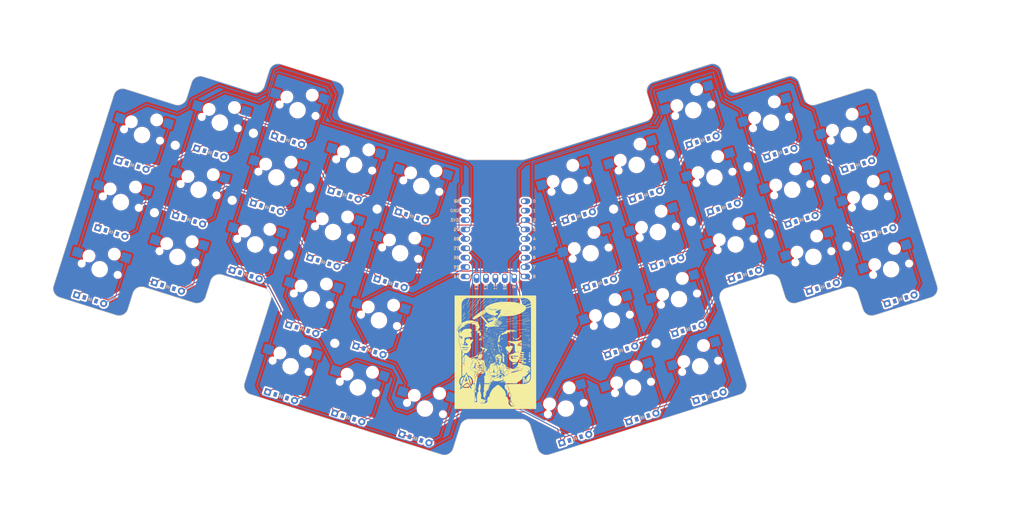
<source format=kicad_pcb>
(kicad_pcb (version 20241229) (generator "pcbnew") (generator_version "9.0")
  (title_block (title "wired_pcb_ergo_wip") (rev "v1.0.0") (company "Unknown"))
  (layers (0 "F.Cu" signal) (2 "B.Cu" signal) (13 "F.Paste" user) (15 "B.Paste" user) (5 "F.SilkS" user "F.Silkscreen") (7 "B.SilkS" user "B.Silkscreen") (1 "F.Mask" user) (3 "B.Mask" user) (25 "Edge.Cuts" user))
  (net 0 "")
  (net 1 "P29")
  (net 2 "pinky_bottom")
  (net 3 "pinky_home")
  (net 4 "pinky_top")
  (net 5 "P28")
  (net 6 "ring_bottom")
  (net 7 "ring_home")
  (net 8 "ring_top")
  (net 9 "P27")
  (net 10 "middle_bottom")
  (net 11 "middle_home")
  (net 12 "middle_top")
  (net 13 "P26")
  (net 14 "index_bottom")
  (net 15 "index_home")
  (net 16 "index_top")
  (net 17 "P15")
  (net 18 "inner_bottom")
  (net 19 "inner_home")
  (net 20 "inner_top")
  (net 21 "inner_cluster")
  (net 22 "middle_cluster")
  (net 23 "outer_cluster")
  (net 24 "P3")
  (net 25 "mirror_pinky_bottom")
  (net 26 "mirror_pinky_home")
  (net 27 "mirror_pinky_top")
  (net 28 "P4")
  (net 29 "mirror_ring_bottom")
  (net 30 "mirror_ring_home")
  (net 31 "mirror_ring_top")
  (net 32 "P5")
  (net 33 "mirror_middle_bottom")
  (net 34 "mirror_middle_home")
  (net 35 "mirror_middle_top")
  (net 36 "P6")
  (net 37 "mirror_index_bottom")
  (net 38 "mirror_index_home")
  (net 39 "mirror_index_top")
  (net 40 "P7")
  (net 41 "mirror_inner_bottom")
  (net 42 "mirror_inner_home")
  (net 43 "mirror_inner_top")
  (net 44 "mirror_inner_cluster")
  (net 45 "mirror_middle_cluster")
  (net 46 "mirror_outer_cluster")
  (net 47 "P9")
  (net 48 "P8")
  (net 49 "P2")
  (net 50 "P11")
  (net 51 "P0")
  (net 52 "P1")
  (net 53 "P10")
  (net 54 "P12")
  (net 55 "P13")
  (net 56 "P14")
  (net 57 "3V3")
  (net 58 "GND")
  (net 59 "5V")
  (footprint "ComboDiode" (layer "F.Cu") (at 62.353141 99.502479 -17.5)
    (property "Reference" "D2" (hide yes))
    (property "Value" "" (hide yes))
  )
  (footprint "ComboDiode" (layer "F.Cu") (at 275.244544 117.6231 17.5)
    (property "Reference" "D19" (hide yes))
    (property "Value" "" (hide yes))
  )
  (footprint "ComboDiode" (layer "F.Cu") (at 194.191938 113.295806 17.5)
    (property "Reference" "D32" (hide yes))
    (property "Value" "" (hide yes))
  )
  (footprint "ComboDiode" (layer "F.Cu") (at 212.312559 107.582399 17.5)
    (property "Reference" "D29" (hide yes))
    (property "Value" "" (hide yes))
  )
  (footprint "MX" (layer "F.Cu") (at 221.183382 135.717046 17.5)
    (property "Reference" "S34" (hide yes))
    (property "Value" "" (hide yes))
  )
  (footprint "MX" (layer "F.Cu") (at 240.284396 69.928362 17.5)
    (property "Reference" "S24" (hide yes))
    (property "Value" "" (hide yes))
  )
  (footprint "ComboDiode" (layer "F.Cu") (at 98.594387 110.929301 -17.5)
    (property "Reference" "D7" (hide yes))
    (property "Value" "" (hide yes))
  )
  (footprint "MX" (layer "F.Cu") (at 203.062759 141.430458 17.5)
    (property "Reference" "S35" (hide yes))
    (property "Value" "" (hide yes))
  )
  (footprint "ComboDiode" (layer "F.Cu") (at 143.405744 95.175185 -17.5)
    (property "Reference" "D15" (hide yes))
    (property "Value" "" (hide yes))
  )
  (footprint "ComboDiode" (layer "F.Cu") (at 263.817724 81.381857 17.5)
    (property "Reference" "D21" (hide yes))
    (property "Value" "" (hide yes))
  )
  (footprint "MX" (layer "F.Cu") (at 145.961745 87.068589 -17.5)
    (property "Reference" "S15" (hide yes))
    (property "Value" "" (hide yes))
  )
  (footprint "RP2040_Zero" (layer "F.Cu") (at 165.942139 101.318591)
    (property "Reference" "MCU1" (hide yes))
    (property "Value" "RP2040_Zero" (hide yes))
  )
  (footprint "ComboDiode" (layer "F.Cu") (at 83.330468 96.155575 -17.5)
    (property "Reference" "D5" (hide yes))
    (property "Value" "" (hide yes))
  )
  (footprint "ComboDiode" (layer "F.Cu") (at 89.043881 78.034956 -17.5)
    (property "Reference" "D6" (hide yes))
    (property "Value" "" (hide yes))
  )
  (footprint "MX" (layer "F.Cu") (at 185.922531 87.068592 17.5)
    (property "Reference" "S33" (hide yes))
    (property "Value" "" (hide yes))
  )
  (footprint "MX" (layer "F.Cu") (at 197.349346 123.309838 17.5)
    (property "Reference" "S31" (hide yes))
    (property "Value" "" (hide yes))
  )
  (footprint "MX" (layer "F.Cu") (at 184.942137 147.143867 17.5)
    (property "Reference" "S36" (hide yes))
    (property "Value" "" (hide yes))
  )
  (footprint "ComboDiode" (layer "F.Cu") (at 218.025971 125.703021 17.5)
    (property "Reference" "D28" (hide yes))
    (property "Value" "" (hide yes))
  )
  (footprint "MX" (layer "F.Cu") (at 251.711217 106.169605 17.5)
    (property "Reference" "S22" (hide yes))
    (property "Value" "" (hide yes))
  )
  (footprint "MX" (layer "F.Cu") (at 64.909142 91.395887 -17.5)
    (property "Reference" "S2" (hide yes))
    (property "Value" "" (hide yes))
  )
  (footprint "ComboDiode" (layer "F.Cu") (at 206.599149 89.461774 17.5)
    (property "Reference" "D30" (hide yes))
    (property "Value" "" (hide yes))
  )
  (footprint "MX" (layer "F.Cu") (at 140.248336 105.18921 -17.5)
    (property "Reference" "S14" (hide yes))
    (property "Value" "" (hide yes))
  )
  (footprint "MX" (layer "F.Cu") (at 59.195732 109.516508 -17.5)
    (property "Reference" "S1" (hide yes))
    (property "Value" "" (hide yes))
  )
  (footprint "ComboDiode" (layer "F.Cu") (at 104.307797 92.808676 -17.5)
    (property "Reference" "D8" (hide yes))
    (property "Value" "" (hide yes))
  )
  (footprint "MX" (layer "F.Cu") (at 215.469967 117.596427 17.5)
    (property "Reference" "S28" (hide yes))
    (property "Value" "" (hide yes))
  )
  (footprint "ComboDiode" (layer "F.Cu") (at 119.571713 107.582398 -17.5)
    (property "Reference" "D11" (hide yes))
    (property "Value" "" (hide yes))
  )
  (footprint "ComboDiode" (layer "F.Cu") (at 248.553805 96.155578 17.5)
    (property "Reference" "D23" (hide yes))
    (property "Value" "" (hide yes))
  )
  (footprint "ComboDiode" (layer "F.Cu") (at 113.858302 125.703019 -17.5)
    (property "Reference" "D10" (hide yes))
    (property "Value" "" (hide yes))
  )
  (footprint "ComboDiode" (layer "F.Cu") (at 125.285121 89.461775 -17.5)
    (property "Reference" "D12" (hide yes))
    (property "Value" "" (hide yes))
  )
  (footprint "ComboDiode" (layer "F.Cu") (at 233.289887 110.929299 17.5)
    (property "Reference" "D25" (hide yes))
    (property "Value" "" (hide yes))
  )
  (footprint "ComboDiode" (layer "F.Cu") (at 77.617061 114.276197 -17.5)
    (property "Reference" "D4" (hide yes))
    (property "Value" "" (hide yes))
  )
  (footprint "MX" (layer "F.Cu") (at 116.414302 117.59643 -17.5)
    (property "Reference" "S10" (hide yes))
    (property "Value" "" (hide yes))
  )
  (footprint "MX" (layer "F.Cu") (at 204.043151 81.355179 17.5)
    (property "Reference" "S30" (hide yes))
    (property "Value" "" (hide yes))
  )
  (footprint "ComboDiode" (layer "F.Cu") (at 108.144894 143.823641 -17.5)
    (property "Reference" "D16" (hide yes))
    (property "Value" "" (hide yes))
  )
  (footprint "ComboDiode" (layer "F.Cu") (at 137.692334 113.295811 -17.5)
    (property "Reference" "D14" (hide yes))
    (property "Value" "" (hide yes))
  )
  (footprint "MX" (layer "F.Cu") (at 110.700893 135.717049 -17.5)
    (property "Reference" "S16" (hide yes))
    (property "Value" "" (hide yes))
  )
  (footprint "MX" (layer "F.Cu") (at 91.599877 69.928361 -17.5)
    (property "Reference" "S6" (hide yes))
    (property "Value" "" (hide yes))
  )
  (footprint "ComboDiode" (layer "F.Cu") (at 131.978926 131.41643 -17.5)
    (property "Reference" "D13" (hide yes))
    (property "Value" "" (hide yes))
  )
  (footprint "MX" (layer "F.Cu") (at 191.635941 105.189212 17.5)
    (property "Reference" "S32" (hide yes))
    (property "Value" "" (hide yes))
  )
  (footprint "MX" (layer "F.Cu") (at 245.997804 88.048982 17.5)
    (property "Reference" "S23" (hide yes))
    (property "Value" "" (hide yes))
  )
  (footprint "MX" (layer "F.Cu") (at 127.841123 81.355183 -17.5)
    (property "Reference" "S12" (hide yes))
    (property "Value" "" (hide yes))
  )
  (footprint "ComboDiode" (layer "F.Cu") (at 242.840397 78.034953 17.5)
    (property "Reference" "D24" (hide yes))
    (property "Value" "" (hide yes))
  )
  (footprint "MX" (layer "F.Cu") (at 106.863799 84.702084 -17.5)
    (property "Reference" "S8" (hide yes))
    (property "Value" "" (hide yes))
  )
  (footprint "MX" (layer "F.Cu") (at 122.127716 99.475805 -17.5)
    (property "Reference" "S11" (hide yes))
    (property "Value" "" (hide yes))
  )
  (footprint "MX" (layer "F.Cu") (at 85.886469 88.048986 -17.5)
    (property "Reference" "S5" (hide yes))
    (property "Value" "" (hide yes))
  )
  (footprint "ComboDiode" (layer "F.Cu") (at 221.863067 74.688052 17.5)
    (property "Reference" "D27" (hide yes))
    (property "Value" "" (hide yes))
  )
  (footprint "ComboDiode" (layer "F.Cu") (at 110.021208 74.688056 -17.5)
    (property "Reference" "D9" (hide yes))
    (property "Value" "" (hide yes))
  )
  (footprint "MX" (layer "F.Cu") (at 261.261719 73.27526 17.5)
    (property "Reference" "S21" (hide yes))
    (property "Value" "" (hide yes))
  )
  (footprint "MX" (layer "F.Cu") (at 219.307069 66.581463 17.5)
    (property "Reference" "S27" (hide yes))
    (property "Value" "" (hide yes))
  )
  (footprint "MX" (layer "F.Cu") (at 272.688543 109.516504 17.5)
    (property "Reference" "S19" (hide yes))
    (property "Value" "" (hide yes))
  )
  (footprint "MX" (layer "F.Cu") (at 266.975134 91.395885 17.5)
    (property "Reference" "S20" (hide yes))
    (property "Value" "" (hide yes))
  )
  (footprint "MX" (layer "F.Cu") (at 112.577207 66.581459 -17.5)
    (property "Reference" "S9" (hide yes))
    (property "Value" "" (hide yes))
  )
  (footprint "ComboDiode" (layer "F.Cu") (at 68.066553 81.381855 -17.5)
    (property "Reference" "D3" (hide yes))
    (property "Value" "" (hide yes))
  )
  (footprint "MX" (layer "F.Cu") (at 70.622553 73.275262 -17.5)
    (property "Reference" "S3" (hide yes))
    (property "Value" "" (hide yes))
  )
  (footprint "MX" (layer "F.Cu") (at 209.75656 99.475803 17.5)
    (property "Reference" "S29" (hide yes))
    (property "Value" "" (hide yes))
  )
  (footprint "MX" (layer "F.Cu") (at 134.534923 123.309833 -17.5)
    (property "Reference" "S13" (hide yes))
    (property "Value" "" (hide yes))
  )
  (footprint "ComboDiode" (layer "F.Cu") (at 188.478527 95.175186 17.5)
    (property "Reference" "D33" (hide yes))
    (property "Value" "" (hide yes))
  )
  (footprint "ComboDiode" (layer "F.Cu") (at 254.267211 114.276203 17.5)
    (property "Reference" "D22" (hide yes))
    (property "Value" "" (hide yes))
  )
  (footprint "ComboDiode" (layer "F.Cu") (at 205.618756 149.537052 17.5)
    (property "Reference" "D35" (hide yes))
    (property "Value" "" (hide yes))
  )
  (footprint "ComboDiode" (layer "F.Cu") (at 126.265517 149.537053 -17.5)
    (property "Reference" "D17" (hide yes))
    (property "Value" "" (hide yes))
  )
  (footprint "MX" (layer "F.Cu") (at 101.150385 102.822704 -17.5)
    (property "Reference" "S7" (hide yes))
    (property "Value" "" (hide yes))
  )
  (footprint "ComboDiode" (layer "F.Cu") (at 199.905345 131.416431 17.5)
    (property "Reference" "D31" (hide yes))
    (property "Value" "" (hide yes))
  )
  (footprint "ComboDiode" (layer "F.Cu") (at 144.386134 155.250462 -17.5)
    (property "Reference" "D18" (hide yes))
    (property "Value" "" (hide yes))
  )
  (footprint "MX" (layer "F.Cu") (at 80.173059 106.169606 -17.5)
    (property "Reference" "S4" (hide yes))
    (property "Value" "" (hide yes))
  )
  (footprint "MX" (layer "F.Cu") (at 128.821514 141.430461 -17.5)
    (property "Reference" "S17" (hide yes))
    (property "Value" "" (hide yes))
  )
  (footprint "MX" (layer "F.Cu") (at 225.020481 84.702082 17.5)
    (property "Reference" "S26" (hide yes))
    (property "Value" "" (hide yes))
  )
  (footprint "MX" (layer "F.Cu") (at 146.942133 147.143868 -17.5)
    (property "Reference" "S18" (hide yes))
    (property "Value" "" (hide yes))
  )
  (footprint "ComboDiode" (layer "F.Cu") (at 269.531135 99.502476 17.5)
    (property "Reference" "D20" (hide yes))
    (property "Value" "" (hide yes))
  )
  (footprint "ComboDiode" (layer "F.Cu") (at 227.576477 92.808679 17.5)
    (property "Reference" "D26" (hide yes))
    (property "Value" "" (hide yes))
  )
  (footprint "ComboDiode" (layer "F.Cu") (at 187.498137 155.250464 17.5)
    (property "Reference" "D36" (hide yes))
    (property "Value" "" (hide yes))
  )
  (footprint "ComboDiode" (layer "F.Cu") (at 56.639734 117.6231 -17.5)
    (property "Reference" "D1" (hide yes))
    (property "Value" "" (hide yes))
  )
  (footprint "MX" (layer "F.Cu") (at 230.733887 102.822703 17.5)
    (property "Reference" "S25" (hide yes))
    (property "Value" "" (hide yes))
  )
  (footprint "ComboDiode" (layer "F.Cu") (at 223.739381 143.823641 17.5)
    (property "Reference" "D34" (hide yes))
    (property "Value" "" (hide yes))
  )
  (footprint "custom graphics library:start trek test 2" (layer "F.Cu") (at 165.942327 131.926401)
    (property "Reference" "G***" (hide yes))
    (property "Value" "LOGO" (hide yes))
  )
  (gr_arc (start 82.638323 63.432941) (mid 81.408397 64.898689) (end 79.502266 65.065473) (stroke (width 0.15)) (layer "Edge.Cuts"))
  (gr_line (start 268.870102 62.488115) (end 285.108216 113.98883) (stroke (width 0.15)) (layer "Edge.Cuts"))
  (gr_circle (center 213.103463 78.498475) (end 211.912838 78.498475) (stroke (width 0.05)) (fill no) (layer "Edge.Cuts"))
  (gr_line (start 100.479593 61.718568) (end 87.127552 57.508685) (stroke (width 0.15)) (layer "Edge.Cuts"))
  (gr_line (start 228.268627 60.086043) (end 226.915449 55.794313) (stroke (width 0.15)) (layer "Edge.Cuts"))
  (gr_arc (start 66.804112 120.30365) (mid 65.574198 121.769439) (end 63.668055 121.936181) (stroke (width 0.15)) (layer "Edge.Cuts"))
  (gr_arc (start 244.756719 57.508685) (mid 246.662869 57.675432) (end 247.892776 59.141216) (stroke (width 0.15)) (layer "Edge.Cuts"))
  (gr_line (start 154.550517 157.931011) (end 156.499763 151.748809) (stroke (width 0.15)) (layer "Edge.Cuts"))
  (gr_arc (start 208.240572 66.400862) (mid 208.073807 68.306994) (end 206.608041 69.536921) (stroke (width 0.15)) (layer "Edge.Cuts"))
  (gr_line (start 249.245954 63.43294) (end 247.892776 59.141216) (stroke (width 0.15)) (layer "Edge.Cuts"))
  (gr_circle (center 234.080792 81.845377) (end 235.216311 81.48735) (stroke (width 0.05)) (fill no) (layer "Edge.Cuts"))
  (gr_arc (start 233.603058 140.189373) (mid 233.436287 142.095512) (end 231.970529 143.32543) (stroke (width 0.15)) (layer "Edge.Cuts"))
  (gr_circle (center 94.946783 90.905689) (end 96.082302 91.263717) (stroke (width 0.05)) (fill no) (layer "Edge.Cuts"))
  (gr_arc (start 260.590925 114.379399) (mid 262.497084 114.54615) (end 263.726987 116.011928) (stroke (width 0.15)) (layer "Edge.Cuts"))
  (gr_circle (center 79.584014 76.043701) (end 80.719535 76.401729) (stroke (width 0.05)) (fill no) (layer "Edge.Cuts"))
  (gr_circle (center 100.660188 72.785066) (end 100.302161 73.920585) (stroke (width 0.05)) (fill no) (layer "Edge.Cuts"))
  (gr_circle (center 73.969454 94.252592) (end 73.611425 95.388111) (stroke (width 0.05)) (fill no) (layer "Edge.Cuts"))
  (gr_circle (center 197.839541 93.272199) (end 198.975063 92.914171) (stroke (width 0.05)) (fill no) (layer "Edge.Cuts"))
  (gr_line (start 223.779389 54.161785) (end 208.519923 58.973078) (stroke (width 0.15)) (layer "Edge.Cuts"))
  (gr_line (start 173.908133 79.847163) (end 206.608041 69.536921) (stroke (width 0.15)) (layer "Edge.Cuts"))
  (gr_circle (center 218.816871 96.619099) (end 220.007495 96.6191) (stroke (width 0.05)) (fill no) (layer "Edge.Cuts"))
  (gr_arc (start 48.408587 117.124885) (mid 46.942824 115.894972) (end 46.776059 113.988833) (stroke (width 0.15)) (layer "Edge.Cuts"))
  (gr_circle (center 239.794198 99.965999) (end 239.794198 101.156625) (stroke (width 0.05)) (fill no) (layer "Edge.Cuts"))
  (gr_circle (center 115.924107 87.558799) (end 117.114732 87.558799) (stroke (width 0.05)) (fill no) (layer "Edge.Cuts"))
  (gr_arc (start 104.968821 55.794315) (mid 106.198736 54.328523) (end 108.104881 54.161784) (stroke (width 0.15)) (layer "Edge.Cuts"))
  (gr_arc (start 63.014174 62.488115) (mid 64.244082 61.022351) (end 66.150224 60.855587) (stroke (width 0.15)) (layer "Edge.Cuts"))
  (gr_arc (start 99.913747 143.325429) (mid 98.447984 142.095507) (end 98.281218 140.189373) (stroke (width 0.15)) (layer "Edge.Cuts"))
  (gr_arc (start 226.536464 117.777022) (mid 226.703217 115.870874) (end 228.168999 114.640966) (stroke (width 0.15)) (layer "Edge.Cuts"))
  (gr_arc (start 154.550518 157.931015) (mid 153.320594 159.396773) (end 151.414462 159.563543) (stroke (width 0.15)) (layer "Edge.Cuts"))
  (gr_line (start 66.804115 120.303649) (end 68.157287 116.011926) (stroke (width 0.15)) (layer "Edge.Cuts"))
  (gr_arc (start 180.469813 159.563539) (mid 178.563657 159.396789) (end 177.333756 157.931011) (stroke (width 0.15)) (layer "Edge.Cuts"))
  (gr_line (start 99.913747 143.325429) (end 151.414462 159.563543) (stroke (width 0.15)) (layer "Edge.Cuts"))
  (gr_circle (center 255.058117 85.19229) (end 256.193638 85.550319) (stroke (width 0.05)) (fill no) (layer "Edge.Cuts"))
  (gr_line (start 175.384512 151.74881) (end 177.333756 157.931011) (stroke (width 0.15)) (layer "Edge.Cuts"))
  (gr_line (start 79.502266 65.065473) (end 66.150229 60.855586) (stroke (width 0.15)) (layer "Edge.Cuts"))
  (gr_arc (start 285.108218 113.988831) (mid 284.941471 115.894988) (end 283.47569 117.124888) (stroke (width 0.15)) (layer "Edge.Cuts"))
  (gr_line (start 242.749655 112.665026) (end 244.102833 116.956749) (stroke (width 0.15)) (layer "Edge.Cuts"))
  (gr_line (start 83.9915 59.141213) (end 82.638323 63.432941) (stroke (width 0.15)) (layer "Edge.Cuts"))
  (gr_line (start 206.887395 62.109134) (end 208.240571 66.400861) (stroke (width 0.15)) (layer "Edge.Cuts"))
  (gr_line (start 46.776059 113.988833) (end 63.014174 62.488115) (stroke (width 0.15)) (layer "Edge.Cuts"))
  (gr_arc (start 265.734047 60.855589) (mid 267.640176 61.022349) (end 268.870102 62.488115) (stroke (width 0.15)) (layer "Edge.Cuts"))
  (gr_arc (start 123.364354 58.973078) (mid 124.830109 60.202995) (end 124.996881 62.109136) (stroke (width 0.15)) (layer "Edge.Cuts"))
  (gr_line (start 98.281218 140.189373) (end 105.347808 117.777022) (stroke (width 0.15)) (layer "Edge.Cuts"))
  (gr_line (start 158.88405 150.000573) (end 173.000222 150.000572) (stroke (width 0.15)) (layer "Edge.Cuts"))
  (gr_arc (start 103.615653 60.086042) (mid 102.385725 61.551803) (end 100.479593 61.718568) (stroke (width 0.15)) (layer "Edge.Cuts"))
  (gr_line (start 228.168999 114.640966) (end 239.613602 111.032498) (stroke (width 0.15)) (layer "Edge.Cuts"))
  (gr_arc (start 173.90813 79.84716) (mid 173.536674 79.933777) (end 173.156367 79.962871) (stroke (width 0.15)) (layer "Edge.Cuts"))
  (gr_line (start 71.293348 114.379399) (end 84.645384 118.589282) (stroke (width 0.15)) (layer "Edge.Cuts"))
  (gr_arc (start 252.382012 65.065468) (mid 250.475852 64.89872) (end 249.245954 63.43294) (stroke (width 0.15)) (layer "Edge.Cuts"))
  (gr_line (start 265.734046 60.855588) (end 252.382011 65.065467) (stroke (width 0.15)) (layer "Edge.Cuts"))
  (gr_arc (start 87.781443 116.956749) (mid 86.551529 118.422558) (end 84.645384 118.589282) (stroke (width 0.15)) (layer "Edge.Cuts"))
  (gr_line (start 226.536473 117.777025) (end 233.603057 140.18937) (stroke (width 0.15)) (layer "Edge.Cuts"))
  (gr_arc (start 231.40468 61.718568) (mid 229.498539 61.551804) (end 228.268627 60.086043) (stroke (width 0.15)) (layer "Edge.Cuts"))
  (gr_line (start 123.643706 66.400861) (end 124.996881 62.109136) (stroke (width 0.15)) (layer "Edge.Cuts"))
  (gr_line (start 125.276233 69.536916) (end 157.976142 79.84716) (stroke (width 0.15)) (layer "Edge.Cuts"))
  (gr_arc (start 68.157287 116.011926) (mid 69.387214 114.546164) (end 71.293348 114.379399) (stroke (width 0.15)) (layer "Edge.Cuts"))
  (gr_line (start 48.408585 117.124888) (end 63.668055 121.936181) (stroke (width 0.15)) (layer "Edge.Cuts"))
  (gr_arc (start 156.499763 151.748809) (mid 157.405773 150.484457) (end 158.88405 150.000573) (stroke (width 0.15)) (layer "Edge.Cuts"))
  (gr_arc (start 247.238889 118.589278) (mid 245.332754 118.422519) (end 244.102833 116.956749) (stroke (width 0.15)) (layer "Edge.Cuts"))
  (gr_circle (center 110.210695 105.679413) (end 109.852667 106.814933) (stroke (width 0.05)) (fill no) (layer "Edge.Cuts"))
  (gr_circle (center 122.617905 129.51344) (end 123.753427 129.871466) (stroke (width 0.05)) (fill no) (layer "Edge.Cuts"))
  (gr_arc (start 268.216213 121.936179) (mid 266.310069 121.769432) (end 265.080159 120.303654) (stroke (width 0.15)) (layer "Edge.Cuts"))
  (gr_arc (start 239.613602 111.032497) (mid 241.519716 111.19929) (end 242.749655 112.665026) (stroke (width 0.15)) (layer "Edge.Cuts"))
  (gr_arc (start 223.77939 54.161784) (mid 225.685495 54.328574) (end 226.915449 55.794313) (stroke (width 0.15)) (layer "Edge.Cuts"))
  (gr_circle (center 260.771527 103.312897) (end 261.907045 102.954871) (stroke (width 0.05)) (fill no) (layer "Edge.Cuts"))
  (gr_line (start 180.469813 159.563539) (end 231.970529 143.32543) (stroke (width 0.15)) (layer "Edge.Cuts"))
  (gr_arc (start 173.000221 150.000576) (mid 174.478484 150.484469) (end 175.384512 151.74881) (stroke (width 0.15)) (layer "Edge.Cuts"))
  (gr_arc (start 125.276233 69.536916) (mid 123.810485 68.306994) (end 123.643706 66.400861) (stroke (width 0.15)) (layer "Edge.Cuts"))
  (gr_arc (start 83.991499 59.141214) (mid 85.221411 57.675411) (end 87.127552 57.508685) (stroke (width 0.15)) (layer "Edge.Cuts"))
  (gr_line (start 244.756721 57.508688) (end 231.40468 61.718568) (stroke (width 0.15)) (layer "Edge.Cuts"))
  (gr_arc (start 89.134615 112.665026) (mid 90.364541 111.19928) (end 92.27067 111.032498) (stroke (width 0.15)) (layer "Edge.Cuts"))
  (gr_arc (start 158.727909 79.962872) (mid 158.347598 79.933772) (end 157.976142 79.84716) (stroke (width 0.15)) (layer "Edge.Cuts"))
  (gr_arc (start 206.887395 62.109134) (mid 207.054138 60.202972) (end 208.519923 58.973078) (stroke (width 0.15)) (layer "Edge.Cuts"))
  (gr_line (start 123.364354 58.973078) (end 108.104881 54.161784) (stroke (width 0.15)) (layer "Edge.Cuts"))
  (gr_line (start 268.21622 121.936182) (end 283.47569 117.124888) (stroke (width 0.15)) (layer "Edge.Cuts"))
  (gr_line (start 158.727909 79.962872) (end 173.156367 79.962871) (stroke (width 0.15)) (layer "Edge.Cuts"))
  (gr_circle (center 209.266366 129.513445) (end 210.401884 129.155416) (stroke (width 0.05)) (fill no) (layer "Edge.Cuts"))
  (gr_line (start 87.78144 116.956753) (end 89.134615 112.665026) (stroke (width 0.15)) (layer "Edge.Cuts"))
  (gr_line (start 263.726987 116.011928) (end 265.080159 120.303654) (stroke (width 0.15)) (layer "Edge.Cuts"))
  (gr_line (start 104.968827 55.794314) (end 103.615653 60.086042) (stroke (width 0.15)) (layer "Edge.Cuts"))
  (gr_line (start 92.27067 111.032498) (end 103.715275 114.640966) (stroke (width 0.15)) (layer "Edge.Cuts"))
  (gr_line (start 247.238889 118.589279) (end 260.590931 114.379398) (stroke (width 0.15)) (layer "Edge.Cuts"))
  (gr_arc (start 103.715276 114.640965) (mid 105.181028 115.870885) (end 105.347808 117.777022) (stroke (width 0.15)) (layer "Edge.Cuts"))
  (gr_circle (center 134.044729 93.272199) (end 133.6867 94.407718) (stroke (width 0.05)) (fill no) (layer "Edge.Cuts"))
  (segment (start 80.167228 67.57161) (end 83.154324 66.016627) (width 0.25) (layer "B.Cu") (net 1))
  (segment (start 159.398139 97.702589) (end 158.322138 98.778589) (width 0.25) (layer "B.Cu") (net 1))
  (segment (start 158.333748 80.981776) (end 159.398138 82.046165) (width 0.25) (layer "B.Cu") (net 1))
  (segment (start 107.828567 55.070313) (end 121.454798 59.366646) (width 0.25) (layer "B.Cu") (net 1))
  (segment (start 83.870379 63.745588) (end 91.338113 59.858132) (width 0.25) (layer "B.Cu") (net 1))
  (segment (start 64.62926 68.722323) (end 53.202441 104.963563) (width 0.25) (layer "B.Cu") (net 1))
  (segment (start 106.335018 55.847805) (end 107.828567 55.070313) (width 0.25) (layer "B.Cu") (net 1))
  (segment (start 121.997133 69.524885) (end 158.333748 80.981776) (width 0.25) (layer "B.Cu") (net 1))
  (segment (start 91.338113 59.858132) (end 101.557786 63.080381) (width 0.25) (layer "B.Cu") (net 1))
  (segment (start 121.454798 59.366646) (end 123.00978 62.35374) (width 0.25) (layer "B.Cu") (net 1))
  (segment (start 159.398138 82.046165) (end 159.398139 97.702589) (width 0.25) (layer "B.Cu") (net 1))
  (segment (start 104.544881 61.525402) (end 106.335018 55.847805) (width 0.25) (layer "B.Cu") (net 1))
  (segment (start 121.219641 68.031338) (end 121.997133 69.524885) (width 0.25) (layer "B.Cu") (net 1))
  (segment (start 101.557786 63.080381) (end 104.544881 61.525402) (width 0.25) (layer "B.Cu") (net 1))
  (segment (start 64.629261 68.722321) (end 71.86704 64.954572) (width 0.25) (layer "B.Cu") (net 1))
  (segment (start 71.86704 64.954572) (end 80.167228 67.57161) (width 0.25) (layer "B.Cu") (net 1))
  (segment (start 83.154324 66.016627) (end 83.870379 63.745588) (width 0.25) (layer "B.Cu") (net 1))
  (segment (start 123.00978 62.35374) (end 121.219641 68.031338) (width 0.25) (layer "B.Cu") (net 1))
  (segment (start 63.405565 117.138288) (end 60.273395 118.768787) (width 0.25) (layer "B.Cu") (net 2))
  (segment (start 66.598517 107.011531) (end 63.405565 117.138288) (width 0.25) (layer "B.Cu") (net 2))
  (segment (start 66.294931 106.428348) (end 66.598517 107.011531) (width 0.25) (layer "B.Cu") (net 2))
  (segment (start 72.00834 88.307725) (end 72.311925 88.890905) (width 0.25) (layer "B.Cu") (net 3))
  (segment (start 72.311925 88.890905) (end 69.118967 99.017662) (width 0.25) (layer "B.Cu") (net 3))
  (segment (start 69.118967 99.017662) (end 65.986806 100.648166) (width 0.25) (layer "B.Cu") (net 3))
  (segment (start 77.721754 70.187104) (end 78.025338 70.770286) (width 0.25) (layer "B.Cu") (net 4))
  (segment (start 78.025338 70.770286) (end 74.832385 80.897042) (width 0.25) (layer "B.Cu") (net 4))
  (segment (start 74.832385 80.897042) (end 71.700215 82.527544) (width 0.25) (layer "B.Cu") (net 4))
  (segment (start 156.138055 86.826553) (end 156.138056 99.134506) (width 0.25) (layer "B.Cu") (net 5))
  (segment (start 156.840202 86.124406) (end 156.138055 86.826553) (width 0.25) (layer "B.Cu") (net 5))
  (segment (start 104.449702 63.473234) (end 106.59787 56.660114) (width 0.25) (layer "B.Cu") (net 5))
  (segment (start 121.706472 62.527871) (end 119.368067 69.944349) (width 0.25) (layer "B.Cu") (net 5))
  (segment (start 156.138056 99.134506) (end 158.322139 101.318588) (width 0.25) (layer "B.Cu") (net 5))
  (segment (start 120.564615 60.33438) (end 121.706472 62.527871) (width 0.25) (layer "B.Cu") (net 5))
  (segment (start 107.470541 56.205833) (end 120.564615 60.33438) (width 0.25) (layer "B.Cu") (net 5))
  (segment (start 85.606585 65.375419) (end 92.875725 61.591345) (width 0.25) (layer "B.Cu") (net 5))
  (segment (start 85.606588 65.375419) (end 74.179766 101.616666) (width 0.25) (layer "B.Cu") (net 5))
  (segment (start 92.875725 61.591345) (end 102.335275 64.573931) (width 0.25) (layer "B.Cu") (net 5))
  (segment (start 106.59787 56.660114) (end 107.470541 56.205833) (width 0.25) (layer "B.Cu") (net 5))
  (segment (start 119.368067 69.944349) (end 156.840202 81.759266) (width 0.25) (layer "B.Cu") (net 5))
  (segment (start 102.335275 64.573931) (end 104.449702 63.473234) (width 0.25) (layer "B.Cu") (net 5))
  (segment (start 156.840202 81.759266) (end 156.840202 86.124406) (width 0.25) (layer "B.Cu") (net 5))
  (segment (start 84.382887 113.791387) (end 81.250722 115.42189) (width 0.25) (layer "B.Cu") (net 6))
  (segment (start 87.272258 103.081443) (end 87.575845 103.66463) (width 0.25) (layer "B.Cu") (net 6))
  (segment (start 87.575845 103.66463) (end 84.382887 113.791387) (width 0.25) (layer "B.Cu") (net 6))
  (segment (start 92.985672 84.960826) (end 93.289253 85.544005) (width 0.25) (layer "B.Cu") (net 7))
  (segment (start 90.096299 95.670763) (end 86.964127 97.301264) (width 0.25) (layer "B.Cu") (net 7))
  (segment (start 93.289253 85.544005) (end 90.096299 95.670763) (width 0.25) (layer "B.Cu") (net 7))
  (segment (start 99.002661 67.423381) (end 95.809708 77.550142) (width 0.25) (layer "B.Cu") (net 8))
  (segment (start 95.809708 77.550142) (end 92.677536 79.180645) (width 0.25) (layer "B.Cu") (net 8))
  (segment (start 98.699078 66.8402) (end 99.002661 67.423381) (width 0.25) (layer "B.Cu") (net 8))
  (segment (start 104.989038 114.286069) (end 99.37967 112.517438) (width 0.25) (layer "B.Cu") (net 9))
  (segment (start 93.952164 102.091306) (end 95.157094 98.269765) (width 0.25) (layer "B.Cu") (net 9))
  (segment (start 103.028574 143.551016) (end 148.14041 157.774722) (width 0.25) (layer "B.Cu") (net 9))
  (segment (start 104.707602 131.164107) (end 108.128002 120.315969) (width 0.25) (layer "B.Cu") (net 9))
  (segment (start 108.128002 120.315969) (end 104.989038 114.286069) (width 0.25) (layer "B.Cu") (net 9))
  (segment (start 99.37967 112.517438) (end 93.952164 102.091306) (width 0.25) (layer "B.Cu") (net 9))
  (segment (start 153.86767 154.793301) (end 158.232037 140.951289) (width 0.25) (layer "B.Cu") (net 9))
  (segment (start 104.707597 131.164108) (end 101.641902 140.887251) (width 0.25) (layer "B.Cu") (net 9))
  (segment (start 158.232037 140.951289) (end 161.938137 137.245193) (width 0.25) (layer "B.Cu") (net 9))
  (segment (start 161.938135 107.474591) (end 158.322137 103.858589) (width 0.25) (layer "B.Cu") (net 9))
  (segment (start 106.583918 62.028518) (end 95.157094 98.269765) (width 0.25) (layer "B.Cu") (net 9))
  (segment (start 148.14041 157.774722) (end 153.86767 154.793301) (width 0.25) (layer "B.Cu") (net 9))
  (segment (start 161.938137 137.245193) (end 161.938135 107.474591) (width 0.25) (layer "B.Cu") (net 9))
  (segment (start 101.641902 140.887251) (end 103.028574 143.551016) (width 0.25) (layer "B.Cu") (net 9))
  (segment (start 105.44835 110.398603) (end 102.228051 112.074989) (width 0.25) (layer "B.Cu") (net 10))
  (segment (start 108.249584 99.734545) (end 108.599051 100.405861) (width 0.25) (layer "B.Cu") (net 10))
  (segment (start 108.599051 100.405861) (end 105.44835 110.398603) (width 0.25) (layer "B.Cu") (net 10))
  (segment (start 111.073631 92.323863) (end 107.941457 93.954366) (width 0.25) (layer "B.Cu") (net 11))
  (segment (start 113.962996 81.613923) (end 114.266584 82.197106) (width 0.25) (layer "B.Cu") (net 11))
  (segment (start 114.266584 82.197106) (end 111.073631 92.323863) (width 0.25) (layer "B.Cu") (net 11))
  (segment (start 119.676403 63.493302) (end 119.979989 64.076483) (width 0.25) (layer "B.Cu") (net 12))
  (segment (start 119.979989 64.076483) (end 116.787037 74.20324) (width 0.25) (layer "B.Cu") (net 12))
  (segment (start 116.787037 74.20324) (end 113.654865 75.833743) (width 0.25) (layer "B.Cu") (net 12))
  (segment (start 114.742771 127.322436) (end 118.465128 128.496087) (width 0.25) (layer "B.Cu") (net 13))
  (segment (start 142.161048 148.368175) (end 144.446285 147.178557) (width 0.25) (layer "B.Cu") (net 13))
  (segment (start 122.828222 136.877519) (end 128.367754 133.99382) (width 0.25) (layer "B.Cu") (net 13))
  (segment (start 138.843725 139.092201) (end 137.199507 144.306998) (width 0.25) (layer "B.Cu") (net 13))
  (segment (start 153.656688 139.508687) (end 159.786136 133.379237) (width 0.25) (layer "B.Cu") (net 13))
  (segment (start 128.367754 133.99382) (end 137.725622 136.944345) (width 0.25) (layer "B.Cu") (net 13))
  (segment (start 118.465128 128.496087) (end 122.828219 136.877518) (width 0.25) (layer "B.Cu") (net 13))
  (segment (start 144.446285 147.178557) (end 144.977103 145.495013) (width 0.25) (layer "B.Cu") (net 13))
  (segment (start 148.7829 143.513842) (end 149.336652 141.757555) (width 0.25) (layer "B.Cu") (net 13))
  (segment (start 144.977103 145.495013) (end 148.7829 143.513842) (width 0.25) (layer "B.Cu") (net 13))
  (segment (start 110.421011 113.043486) (end 109.247354 116.765841) (width 0.25) (layer "B.Cu") (net 13))
  (segment (start 138.75449 147.294092) (end 142.161048 148.368175) (width 0.25) (layer "B.Cu") (net 13))
  (segment (start 121.847832 76.802239) (end 110.421011 113.043486) (width 0.25) (layer "B.Cu") (net 13))
  (segment (start 159.786138 107.86259) (end 158.322139 106.398589) (width 0.25) (layer "B.Cu") (net 13))
  (segment (start 137.725622 136.944345) (end 138.843725 139.092201) (width 0.25) (layer "B.Cu") (net 13))
  (segment (start 109.247354 116.765841) (end 114.742771 127.322436) (width 0.25) (layer "B.Cu") (net 13))
  (segment (start 137.199507 144.306998) (end 138.75449 147.294092) (width 0.25) (layer "B.Cu") (net 13))
  (segment (start 159.786136 133.379237) (end 159.786138 107.86259) (width 0.25) (layer "B.Cu") (net 13))
  (segment (start 149.336652 141.757555) (end 153.656688 139.508687) (width 0.25) (layer "B.Cu") (net 13))
  (segment (start 123.817086 115.091452) (end 120.624131 125.218202) (width 0.25) (layer "B.Cu") (net 14))
  (segment (start 123.513504 114.508266) (end 123.817086 115.091452) (width 0.25) (layer "B.Cu") (net 14))
  (segment (start 120.624131 125.218202) (end 117.491966 126.848708) (width 0.25) (layer "B.Cu") (net 14))
  (segment (start 129.226915 96.387646) (end 129.530499 96.970823) (width 0.25) (layer "B.Cu") (net 15))
  (segment (start 129.530499 96.970823) (end 126.337541 107.097584) (width 0.25) (layer "B.Cu") (net 15))
  (segment (start 126.337541 107.097584) (end 123.205377 108.728085) (width 0.25) (layer "B.Cu") (net 15))
  (segment (start 134.940322 78.267024) (end 135.243908 78.850203) (width 0.25) (layer "B.Cu") (net 16))
  (segment (start 132.050958 88.976962) (end 128.918788 90.607465) (width 0.25) (layer "B.Cu") (net 16))
  (segment (start 135.243908 78.850203) (end 132.050958 88.976962) (width 0.25) (layer "B.Cu") (net 16))
  (segment (start 128.541631 118.756894) (end 136.923053 114.393802) (width 0.25) (layer "B.Cu") (net 17))
  (segment (start 136.923053 114.393802) (end 143.723723 116.538043) (width 0.25) (layer "B.Cu") (net 17))
  (segment (start 143.723723 116.538043) (end 158.322136 108.938588) (width 0.25) (layer "B.Cu") (net 17))
  (segment (start 141.703769 140.19661) (end 138.980069 134.96443) (width 0.25) (layer "B.Cu") (net 17))
  (segment (start 127.336707 122.578439) (end 139.968455 82.515648) (width 0.25) (layer "B.Cu") (net 17))
  (segment (start 132.764203 133.004575) (end 127.336707 122.578439) (width 0.25) (layer "B.Cu") (net 17))
  (segment (start 138.980069 134.96443) (end 132.764203 133.004575) (width 0.25) (layer "B.Cu") (net 17))
  (segment (start 140.948843 142.590925) (end 141.703769 140.19661) (width 0.25) (layer "B.Cu") (net 17))
  (segment (start 141.93771 120.804858) (end 138.744756 130.931615) (width 0.25) (layer "B.Cu") (net 18))
  (segment (start 138.744756 130.931615) (end 135.612589 132.562117) (width 0.25) (layer "B.Cu") (net 18))
  (segment (start 141.634128 120.221678) (end 141.93771 120.804858) (width 0.25) (layer "B.Cu") (net 18))
  (segment (start 147.651124 102.684239) (end 144.458164 112.810994) (width 0.25) (layer "B.Cu") (net 19))
  (segment (start 144.458164 112.810994) (end 141.325998 114.441495) (width 0.25) (layer "B.Cu") (net 19))
  (segment (start 147.347535 102.101056) (end 147.651124 102.684239) (width 0.25) (layer "B.Cu") (net 19))
  (segment (start 153.060944 83.980435) (end 153.364532 84.563616) (width 0.25) (layer "B.Cu") (net 20))
  (segment (start 153.364532 84.563616) (end 150.171579 94.690373) (width 0.25) (layer "B.Cu") (net 20))
  (segment (start 150.171579 94.690373) (end 147.039412 96.320874) (width 0.25) (layer "B.Cu") (net 20))
  (segment (start 118.103679 133.21207) (end 114.910726 143.338829) (width 0.25) (layer "B.Cu") (net 21))
  (segment (start 114.910726 143.338829) (end 111.778554 144.969331) (width 0.25) (layer "B.Cu") (net 21))
  (segment (start 117.800095 132.628889) (end 118.103679 133.21207) (width 0.25) (layer "B.Cu") (net 21))
  (segment (start 136.224301 138.925479) (end 133.031348 149.052236) (width 0.25) (layer "B.Cu") (net 22))
  (segment (start 135.920715 138.342298) (end 136.224301 138.925479) (width 0.25) (layer "B.Cu") (net 22))
  (segment (start 133.031348 149.052236) (end 129.899173 150.682743) (width 0.25) (layer "B.Cu") (net 22))
  (segment (start 151.151965 154.765647) (end 148.019797 156.396151) (width 0.25) (layer "B.Cu") (net 23))
  (segment (start 154.041335 144.055708) (end 154.344923 144.638891) (width 0.25) (layer "B.Cu") (net 23))
  (segment (start 154.344923 144.638891) (end 151.151965 154.765647) (width 0.25) (layer "B.Cu") (net 23))
  (segment (start 246.874454 59.276303) (end 245.380905 58.498811) (width 0.25) (layer "B.Cu") (net 24))
  (segment (start 172.296934 97.513388) (end 173.562138 98.778588) (width 0.25) (layer "B.Cu") (net 24))
  (segment (start 225.841925 55.920596) (end 224.348374 55.143104) (width 0.25) (layer "B.Cu") (net 24))
  (segment (start 229.483638 63.511203) (end 227.990089 62.733709) (width 0.25) (layer "B.Cu") (net 24))
  (segment (start 265.167663 109.224565) (end 265.167668 109.224566) (width 0.25) (layer "B.Cu") (net 24))
  (segment (start 173.843194 81.054567) (end 172.296933 82.600827) (width 0.25) (layer "B.Cu") (net 24))
  (segment (start 253.740845 72.983323) (end 251.708843 66.538637) (width 0.25) (layer "B.Cu") (net 24))
  (segment (start 172.296933 82.600827) (end 172.296934 97.513388) (width 0.25) (layer "B.Cu") (net 24))
  (segment (start 253.740843 72.983322) (end 265.167663 109.224565) (width 0.25) (layer "B.Cu") (net 24))
  (segment (start 209.463752 67.326636) (end 207.908768 70.313732) (width 0.25) (layer "B.Cu") (net 24))
  (segment (start 245.380905 58.498811) (end 229.483638 63.511203) (width 0.25) (layer "B.Cu") (net 24))
  (segment (start 248.664592 64.953898) (end 246.874454 59.276303) (width 0.25) (layer "B.Cu") (net 24))
  (segment (start 207.908768 70.313732) (end 173.843194 81.054567) (width 0.25) (layer "B.Cu") (net 24))
  (segment (start 251.708843 66.538637) (end 248.664592 64.953898) (width 0.25) (layer "B.Cu") (net 24))
  (segment (start 208.451106 60.155493) (end 207.673613 61.64904) (width 0.25) (layer "B.Cu") (net 24))
  (segment (start 227.990089 62.733709) (end 225.841925 55.920596) (width 0.25) (layer "B.Cu") (net 24))
  (segment (start 207.673613 61.64904) (end 209.463752 67.326636) (width 0.25) (layer "B.Cu") (net 24))
  (segment (start 224.348374 55.143104) (end 208.451106 60.155493) (width 0.25) (layer "B.Cu") (net 24))
  (segment (start 276.732571 102.914899) (end 277.315753 103.218483) (width 0.25) (layer "B.Cu") (net 25))
  (segment (start 280.508707 113.34524) (end 278.878202 116.477409) (width 0.25) (layer "B.Cu") (net 25))
  (segment (start 277.315753 103.218483) (end 280.508707 113.34524) (width 0.25) (layer "B.Cu") (net 25))
  (segment (start 271.602345 85.097865) (end 274.795297 95.224618) (width 0.25) (layer "B.Cu") (net 26))
  (segment (start 271.01916 84.794278) (end 271.602345 85.097865) (width 0.25) (layer "B.Cu") (net 26))
  (segment (start 274.795297 95.224618) (end 273.164793 98.356788) (width 0.25) (layer "B.Cu") (net 26))
  (segment (start 265.888932 66.977241) (end 269.081885 77.104002) (width 0.25) (layer "B.Cu") (net 27))
  (segment (start 269.081885 77.104002) (end 267.451385 80.236168) (width 0.25) (layer "B.Cu") (net 27))
  (segment (start 265.305752 66.673658) (end 265.888932 66.977241) (width 0.25) (layer "B.Cu") (net 27))
  (segment (start 208.809134 61.291012) (end 208.636209 61.623199) (width 0.25) (layer "B.Cu") (net 28))
  (segment (start 175.868808 99.011918) (end 173.562133 101.31859) (width 0.25) (layer "B.Cu") (net 28))
  (segment (start 231.813118 66.622135) (end 227.212596 64.227257) (width 0.25) (layer "B.Cu") (net 28))
  (segment (start 209.402317 71.091222) (end 206.942688 71.091223) (width 0.25) (layer "B.Cu") (net 28))
  (segment (start 224.706403 56.278625) (end 208.809134 61.291012) (width 0.25) (layer "B.Cu") (net 28))
  (segment (start 232.763518 69.636418) (end 231.813118 66.622135) (width 0.25) (layer "B.Cu") (net 28))
  (segment (start 206.942688 71.091223) (end 176.030457 80.837809) (width 0.25) (layer "B.Cu") (net 28))
  (segment (start 232.76352 69.636422) (end 244.190337 105.877663) (width 0.25) (layer "B.Cu") (net 28))
  (segment (start 176.030457 80.837809) (end 175.868806 80.999461) (width 0.25) (layer "B.Cu") (net 28))
  (segment (start 210.784374 68.436315) (end 209.402317 71.091222) (width 0.25) (layer "B.Cu") (net 28))
  (segment (start 208.636209 61.623199) (end 210.784374 68.436315) (width 0.25) (layer "B.Cu") (net 28))
  (segment (start 175.868806 80.999461) (end 175.868808 99.011918) (width 0.25) (layer "B.Cu") (net 28))
  (segment (start 227.212596 64.227257) (end 224.706403 56.278625) (width 0.25) (layer "B.Cu") (net 28))
  (segment (start 256.338424 99.871584) (end 259.53138 109.998339) (width 0.25) (layer "B.Cu") (net 29))
  (segment (start 259.53138 109.998339) (end 257.900877 113.130511) (width 0.25) (layer "B.Cu") (net 29))
  (segment (start 255.755245 99.568) (end 256.338424 99.871584) (width 0.25) (layer "B.Cu") (net 29))
  (segment (start 250.041831 81.447376) (end 250.625016 81.750964) (width 0.25) (layer "B.Cu") (net 30))
  (segment (start 253.817965 91.877721) (end 252.18746 95.009889) (width 0.25) (layer "B.Cu") (net 30))
  (segment (start 250.625016 81.750964) (end 253.817965 91.877721) (width 0.25) (layer "B.Cu") (net 30))
  (segment (start 244.911604 63.630342) (end 248.104561 73.757096) (width 0.25) (layer "B.Cu") (net 31))
  (segment (start 244.328421 63.326757) (end 244.911604 63.630342) (width 0.25) (layer "B.Cu") (net 31))
  (segment (start 248.104561 73.757096) (end 246.474057 76.889266) (width 0.25) (layer "B.Cu") (net 31))
  (segment (start 169.999072 146.068238) (end 169.946134 146.015302) (width 0.25) (layer "B.Cu") (net 32))
  (segment (start 189.189001 156.05788) (end 169.999075 146.068237) (width 0.25) (layer "B.Cu") (net 32))
  (segment (start 225.120023 120.678812) (end 222.549149 125.617411) (width 0.25) (layer "B.Cu") (net 32))
  (segment (start 210.141933 149.451445) (end 189.189001 156.05788) (width 0.25) (layer "B.Cu") (net 32))
  (segment (start 223.900869 104.712378) (end 221.524908 109.276565) (width 0.25) (layer "B.Cu") (net 32))
  (segment (start 223.21301 102.530765) (end 223.900869 104.712378) (width 0.25) (layer "B.Cu") (net 32))
  (segment (start 169.946134 146.015302) (end 169.946136 107.474589) (width 0.25) (layer "B.Cu") (net 32))
  (segment (start 169.946136 107.474589) (end 173.562137 103.858591) (width 0.25) (layer "B.Cu") (net 32))
  (segment (start 215.08877 139.948657) (end 210.141933 149.451445) (width 0.25) (layer "B.Cu") (net 32))
  (segment (start 169.999075 146.068237) (end 169.999072 146.068238) (width 0.25) (layer "B.Cu") (net 32))
  (segment (start 213.662504 135.425109) (end 215.08877 139.948657) (width 0.25) (layer "B.Cu") (net 32))
  (segment (start 222.549149 125.617411) (end 218.025598 127.043681) (width 0.25) (layer "B.Cu") (net 32))
  (segment (start 221.524908 109.276565) (end 225.120023 120.678812) (width 0.25) (layer "B.Cu") (net 32))
  (segment (start 223.213009 102.530761) (end 223.21301 102.530765) (width 0.25) (layer "B.Cu") (net 32))
  (segment (start 211.786191 66.289523) (end 223.213009 102.530761) (width 0.25) (layer "B.Cu") (net 32))
  (segment (start 218.025598 127.043681) (end 213.6625 135.42511) (width 0.25) (layer "B.Cu") (net 32))
  (segment (start 235.361098 96.524685) (end 238.554053 106.65144) (width 0.25) (layer "B.Cu") (net 33))
  (segment (start 238.554053 106.65144) (end 236.923545 109.783609) (width 0.25) (layer "B.Cu") (net 33))
  (segment (start 234.777917 96.221099) (end 235.361098 96.524685) (width 0.25) (layer "B.Cu") (net 33))
  (segment (start 229.647688 78.404062) (end 232.840641 88.530819) (width 0.25) (layer "B.Cu") (net 34))
  (segment (start 232.840641 88.530819) (end 231.21014 91.662987) (width 0.25) (layer "B.Cu") (net 34))
  (segment (start 229.064504 78.100478) (end 229.647688 78.404062) (width 0.25) (layer "B.Cu") (net 34))
  (segment (start 223.351096 59.979856) (end 223.934279 60.283443) (width 0.25) (layer "B.Cu") (net 35))
  (segment (start 223.934279 60.283443) (end 227.12723 70.410198) (width 0.25) (layer "B.Cu") (net 35))
  (segment (start 227.12723 70.410198) (end 225.496729 73.542365) (width 0.25) (layer "B.Cu") (net 35))
  (segment (start 207.949096 117.304487) (end 209.375363 121.828037) (width 0.25) (layer "B.Cu") (net 36))
  (segment (start 182.673383 146.379832) (end 180.950869 149.688752) (width 0.25) (layer "B.Cu") (net 36))
  (segment (start 180.950869 149.688752) (end 179.116586 150.267096) (width 0.25) (layer "B.Cu") (net 36))
  (segment (start 209.375363 121.828037) (end 202.949126 134.172718) (width 0.25) (layer "B.Cu") (net 36))
  (segment (start 172.486136 107.47459) (end 173.562136 106.39859) (width 0.25) (layer "B.Cu") (net 36))
  (segment (start 172.486138 146.345699) (end 172.486136 107.47459) (width 0.25) (layer "B.Cu") (net 36))
  (segment (start 196.522272 81.063243) (end 207.949096 117.304487) (width 0.25) (layer "B.Cu") (net 36))
  (segment (start 172.628137 146.4877) (end 172.486138 146.345699) (width 0.25) (layer "B.Cu") (net 36))
  (segment (start 195.541885 141.13852) (end 190.002349 138.254821) (width 0.25) (layer "B.Cu") (net 36))
  (segment (start 190.002349 138.254821) (end 184.531769 139.979689) (width 0.25) (layer "B.Cu") (net 36))
  (segment (start 184.531769 139.979689) (end 182.117632 144.617207) (width 0.25) (layer "B.Cu") (net 36))
  (segment (start 182.117632 144.617207) (end 182.673383 146.379832) (width 0.25) (layer "B.Cu") (net 36))
  (segment (start 179.116586 150.267096) (end 172.779673 146.968311) (width 0.25) (layer "B.Cu") (net 36))
  (segment (start 172.779673 146.968311) (end 172.628137 146.4877) (width 0.25) (layer "B.Cu") (net 36))
  (segment (start 202.949126 134.172718) (end 198.425578 135.598987) (width 0.25) (layer "B.Cu") (net 36))
  (segment (start 198.425578 135.598987) (end 195.541882 141.13852) (width 0.25) (layer "B.Cu") (net 36))
  (segment (start 219.514001 110.994823) (end 220.09718 111.298409) (width 0.25) (layer "B.Cu") (net 37))
  (segment (start 223.290135 121.425164) (end 221.659635 124.557333) (width 0.25) (layer "B.Cu") (net 37))
  (segment (start 220.09718 111.298409) (end 223.290135 121.425164) (width 0.25) (layer "B.Cu") (net 37))
  (segment (start 214.383771 93.177785) (end 217.576723 103.304541) (width 0.25) (layer "B.Cu") (net 38))
  (segment (start 213.800591 92.874195) (end 214.383771 93.177785) (width 0.25) (layer "B.Cu") (net 38))
  (segment (start 217.576723 103.304541) (end 215.946223 106.436707) (width 0.25) (layer "B.Cu") (net 38))
  (segment (start 208.670365 75.057163) (end 211.863315 85.183917) (width 0.25) (layer "B.Cu") (net 39))
  (segment (start 208.08718 74.753574) (end 208.670365 75.057163) (width 0.25) (layer "B.Cu") (net 39))
  (segment (start 211.863315 85.183917) (end 210.232814 88.316085) (width 0.25) (layer "B.Cu") (net 39))
  (segment (start 178.40165 86.776652) (end 189.828474 123.017897) (width 0.25) (layer "B.Cu") (net 40))
  (segment (start 189.828472 123.0179) (end 189.804627 123.025414) (width 0.25) (layer "B.Cu") (net 40))
  (segment (start 189.804627 123.025414) (end 177.413741 146.828082) (width 0.25) (layer "B.Cu") (net 40))
  (segment (start 189.828474 123.017897) (end 189.828472 123.0179) (width 0.25) (layer "B.Cu") (net 40))
  (segment (start 177.413741 146.828082) (end 177.421259 146.851929) (width 0.25) (layer "B.Cu") (net 40))
  (segment (start 184.115064 104.897273) (end 174.006801 108.084394) (width 0.25) (layer "B.Cu") (net 40))
  (segment (start 174.006801 108.084394) (end 173.562138 108.938589) (width 0.25) (layer "B.Cu") (net 40))
  (segment (start 201.393375 116.708228) (end 201.976555 117.011814) (width 0.25) (layer "B.Cu") (net 41))
  (segment (start 205.169515 127.138577) (end 203.539012 130.270742) (width 0.25) (layer "B.Cu") (net 41))
  (segment (start 201.976555 117.011814) (end 205.169515 127.138577) (width 0.25) (layer "B.Cu") (net 41))
  (segment (start 199.456099 109.017949) (end 197.8256 112.150116) (width 0.25) (layer "B.Cu") (net 42))
  (segment (start 196.26315 98.891194) (end 199.456099 109.017949) (width 0.25) (layer "B.Cu") (net 42))
  (segment (start 195.679967 98.587607) (end 196.26315 98.891194) (width 0.25) (layer "B.Cu") (net 42))
  (segment (start 190.549743 80.770573) (end 193.742693 90.897329) (width 0.25) (layer "B.Cu") (net 43))
  (segment (start 189.96656 80.466986) (end 190.549743 80.770573) (width 0.25) (layer "B.Cu") (net 43))
  (segment (start 193.742693 90.897329) (end 192.112189 94.029494) (width 0.25) (layer "B.Cu") (net 43))
  (segment (start 225.810589 129.419026) (end 229.003545 139.545785) (width 0.25) (layer "B.Cu") (net 44))
  (segment (start 225.227408 129.115443) (end 225.810589 129.419026) (width 0.25) (layer "B.Cu") (net 44))
  (segment (start 229.003545 139.545785) (end 227.373041 142.677953) (width 0.25) (layer "B.Cu") (net 44))
  (segment (start 207.106789 134.828853) (end 207.689969 135.132435) (width 0.25) (layer "B.Cu") (net 45))
  (segment (start 207.689969 135.132435) (end 210.88292 145.259195) (width 0.25) (layer "B.Cu") (net 45))
  (segment (start 210.88292 145.259195) (end 209.25242 148.391366) (width 0.25) (layer "B.Cu") (net 45))
  (segment (start 189.569346 140.845848) (end 192.762302 150.972603) (width 0.25) (layer "B.Cu") (net 46))
  (segment (start 192.762302 150.972603) (end 191.131801 154.104773) (width 0.25) (layer "B.Cu") (net 46))
  (segment (start 188.98617 140.542263) (end 189.569346 140.845848) (width 0.25) (layer "B.Cu") (net 46))
  (segment (start 94.960727 109.783611) (end 96.564504 108.948734) (width 0.25) (layer "F.Cu") (net 47))
  (segment (start 73.983397 113.130511) (end 75.58718 112.295632) (width 0.25) (layer "F.Cu") (net 47))
  (segment (start 169.946135 110.402591) (end 160.154265 110.40259) (width 0.25) (layer "F.Cu") (net 47))
  (segment (start 251.46843 113.818111) (end 258.090088 111.730309) (width 0.25) (layer "F.Cu") (net 47))
  (segment (start 128.345264 130.27074) (end 130.372007 130.909773) (width 0.25) (layer "F.Cu") (net 47))
  (segment (start 222.056655 122.841357) (end 227.269537 112.827507) (width 0.25) (layer "F.Cu") (net 47))
  (segment (start 96.564504 108.948734) (end 103.18616 111.036535) (width 0.25) (layer "F.Cu") (net 47))
  (segment (start 197.106563 130.958341) (end 212.788528 126.013835) (width 0.25) (layer "F.Cu") (net 47))
  (segment (start 61.393498 117.781412) (end 71.706734 112.412681) (width 0.25) (layer "F.Cu") (net 47))
  (segment (start 92.707906 109.073297) (end 94.960727 109.783611) (width 0.25) (layer "F.Cu") (net 47))
  (segment (start 258.090088 111.730309) (end 271.610883 118.768786) (width 0.25) (layer "F.Cu") (net 47))
  (segment (start 111.828421 123.722455) (end 127.510389 128.666963) (width 0.25) (layer "F.Cu") (net 47))
  (segment (start 157.936271 116.560721) (end 159.398133 111.924284) (width 0.25) (layer "F.Cu") (net 47))
  (segment (start 54.609848 115.642535) (end 61.393498 117.781412) (width 0.25) (layer "F.Cu") (net 47))
  (segment (start 174.016995 120.97706) (end 171.022138 111.478589) (width 0.25) (layer "F.Cu") (net 47))
  (segment (start 160.154265 110.40259) (end 159.398138 111.158715) (width 0.25) (layer "F.Cu") (net 47))
  (segment (start 227.269537 112.827507) (end 229.656225 112.074984) (width 0.25) (layer "F.Cu") (net 47))
  (segment (start 214.39231 126.84871) (end 215.383039 124.94554) (width 0.25) (layer "F.Cu") (net 47))
  (segment (start 127.510389 128.666963) (end 128.345264 130.27074) (width 0.25) (layer "F.Cu") (net 47))
  (segment (start 229.656225 112.074984) (end 230.491096 110.471206) (width 0.25) (layer "F.Cu") (net 47))
  (segment (start 82.39467 114.44203) (end 92.707906 109.073297) (width 0.25) (layer "F.Cu") (net 47))
  (segment (start 110.224641 124.557329) (end 111.828421 123.722455) (width 0.25) (layer "F.Cu") (net 47))
  (segment (start 212.788528 126.013835) (end 214.39231 126.84871) (width 0.25) (layer "F.Cu") (net 47))
  (segment (start 75.58718 112.295632) (end 82.39467 114.44203) (width 0.25) (layer "F.Cu") (net 47))
  (segment (start 159.398133 111.924284) (end 159.398138 111.158715) (width 0.25) (layer "F.Cu") (net 47))
  (segment (start 196.271687 132.562119) (end 197.106563 130.958341) (width 0.25) (layer "F.Cu") (net 47))
  (segment (start 250.633552 115.421891) (end 251.46843 113.818111) (width 0.25) (layer "F.Cu") (net 47))
  (segment (start 71.706734 112.412681) (end 73.983397 113.130511) (width 0.25) (layer "F.Cu") (net 47))
  (segment (start 130.372007 130.909773) (end 157.936271 116.560721) (width 0.25) (layer "F.Cu") (net 47))
  (segment (start 53.006073 116.477412) (end 54.609848 115.642535) (width 0.25) (layer "F.Cu") (net 47))
  (segment (start 237.112755 108.383407) (end 250.633552 115.421891) (width 0.25) (layer "F.Cu") (net 47))
  (segment (start 171.022138 111.478589) (end 169.946135 110.402591) (width 0.25) (layer "F.Cu") (net 47))
  (segment (start 230.491096 110.471206) (end 237.112755 108.383407) (width 0.25) (layer "F.Cu") (net 47))
  (segment (start 196.271691 132.562122) (end 174.016995 120.97706) (width 0.25) (layer "F.Cu") (net 47))
  (segment (start 215.383039 124.94554) (end 222.056655 122.841357) (width 0.25) (layer "F.Cu") (net 47))
  (segment (start 103.18616 111.036535) (end 110.224641 124.557329) (width 0.25) (layer "F.Cu") (net 47))
  (segment (start 89.714056 88.722957) (end 90.61561 88.253638) (width 0.25) (layer "F.Cu") (net 48))
  (segment (start 89.617315 89.029779) (end 89.714056 88.722957) (width 0.25) (layer "F.Cu") (net 48))
  (segment (start 79.696805 95.009884) (end 80.004542 94.033873) (width 0.25) (layer "F.Cu") (net 48))
  (segment (start 173.562135 111.47859) (end 172.035135 109.951588) (width 0.25) (layer "F.Cu") (net 48))
  (segment (start 90.61561 88.253638) (end 90.922433 88.350377) (width 0.25) (layer "F.Cu") (net 48))
  (segment (start 71.558071 91.41141) (end 79.053875 93.774831) (width 0.25) (layer "F.Cu") (net 48))
  (segment (start 69.638282 91.600538) (end 70.607638 91.906175) (width 0.25) (layer "F.Cu") (net 48))
  (segment (start 115.938051 106.436709) (end 108.24186 91.652463) (width 0.25) (layer "F.Cu") (net 48))
  (segment (start 190.558276 114.441499) (end 191.393146 112.837715) (width 0.25) (layer "F.Cu") (net 48))
  (segment (start 68.647503 92.352837) (end 68.736726 92.069858) (width 0.25) (layer "F.Cu") (net 48))
  (segment (start 224.777688 92.350587) (end 231.399351 90.262785) (width 0.25) (layer "F.Cu") (net 48))
  (segment (start 80.004542 94.033873) (end 89.617315 89.029779) (width 0.25) (layer "F.Cu") (net 48))
  (segment (start 191.393146 112.837715) (end 207.075119 107.893211) (width 0.25) (layer "F.Cu") (net 48))
  (segment (start 172.035135 109.951588) (end 159.120674 109.95159) (width 0.25) (layer "F.Cu") (net 48))
  (segment (start 108.24186 91.652463) (end 103.541363 90.170402) (width 0.25) (layer "F.Cu") (net 48))
  (segment (start 245.755019 95.697486) (end 252.376676 93.609687) (width 0.25) (layer "F.Cu") (net 48))
  (segment (start 133.2238 110.54634) (end 134.058674 112.150119) (width 0.25) (layer "F.Cu") (net 48))
  (segment (start 103.541363 90.170402) (end 100.674136 91.662987) (width 0.25) (layer "F.Cu") (net 48))
  (segment (start 190.558275 114.441495) (end 183.518 116.661287) (width 0.25) (layer "F.Cu") (net 48))
  (segment (start 252.376676 93.609687) (end 265.89747 100.648167) (width 0.25) (layer "F.Cu") (net 48))
  (segment (start 223.942816 93.954367) (end 224.777688 92.350587) (width 0.25) (layer "F.Cu") (net 48))
  (segment (start 115.93805 106.436711) (end 117.541831 105.601834) (width 0.25) (layer "F.Cu") (net 48))
  (segment (start 99.237385 88.903021) (end 100.674133 91.662986) (width 0.25) (layer "F.Cu") (net 48))
  (segment (start 79.053875 93.774831) (end 79.696805 95.009884) (width 0.25) (layer "F.Cu") (net 48))
  (segment (start 93.397772 87.061798) (end 99.237385 88.903021) (width 0.25) (layer "F.Cu") (net 48))
  (segment (start 58.719476 98.356788) (end 59.03473 97.356931) (width 0.25) (layer "F.Cu") (net 48))
  (segment (start 207.075119 107.893211) (end 208.678894 108.728085) (width 0.25) (layer "F.Cu") (net 48))
  (segment (start 209.513769 107.124304) (end 218.574084 104.267601) (width 0.25) (layer "F.Cu") (net 48))
  (segment (start 117.541831 105.601834) (end 133.2238 110.54634) (width 0.25) (layer "F.Cu") (net 48))
  (segment (start 136.194203 110.014591) (end 134.058672 112.150118) (width 0.25) (layer "F.Cu") (net 48))
  (segment (start 208.678894 108.728085) (end 209.513769 107.124304) (width 0.25) (layer "F.Cu") (net 48))
  (segment (start 183.518 116.661287) (end 173.562135 111.47859) (width 0.25) (layer "F.Cu") (net 48))
  (segment (start 218.574084 104.267601) (end 223.942816 93.954367) (width 0.25) (layer "F.Cu") (net 48))
  (segment (start 159.120674 109.95159) (end 159.057673 110.014589) (width 0.25) (layer "F.Cu") (net 48))
  (segment (start 70.607638 91.906175) (end 71.558071 91.41141) (width 0.25) (layer "F.Cu") (net 48))
  (segment (start 159.057673 110.014589) (end 136.194203 110.014591) (width 0.25) (layer "F.Cu") (net 48))
  (segment (start 90.922433 88.350377) (end 93.397772 87.061798) (width 0.25) (layer "F.Cu") (net 48))
  (segment (start 231.399351 90.262785) (end 244.920143 97.301265) (width 0.25) (layer "F.Cu") (net 48))
  (segment (start 68.736726 92.069858) (end 69.638282 91.600538) (width 0.25) (layer "F.Cu") (net 48))
  (segment (start 244.920143 97.301265) (end 245.755019 95.697486) (width 0.25) (layer "F.Cu") (net 48))
  (segment (start 59.03473 97.356931) (end 68.647503 92.352837) (width 0.25) (layer "F.Cu") (net 48))
  (segment (start 177.916558 98.505359) (end 173.562138 96.238587) (width 0.25) (layer "F.Cu") (net 49))
  (segment (start 106.38755 73.542366) (end 107.222422 75.146147) (width 0.25) (layer "F.Cu") (net 49))
  (segment (start 218.229402 75.833741) (end 219.301757 73.773773) (width 0.25) (layer "F.Cu") (net 49))
  (segment (start 123.255245 87.481211) (end 138.937209 92.425715) (width 0.25) (layer "F.Cu") (net 49))
  (segment (start 219.301757 73.773773) (end 225.22975 71.904686) (width 0.25) (layer "F.Cu") (net 49))
  (segment (start 121.651463 88.316085) (end 123.255245 87.481211) (width 0.25) (layer "F.Cu") (net 49))
  (segment (start 185.679742 94.717093) (end 201.361711 89.772591) (width 0.25) (layer "F.Cu") (net 49))
  (segment (start 184.844869 96.320876) (end 177.916558 98.505359) (width 0.25) (layer "F.Cu") (net 49))
  (segment (start 66.036672 79.401292) (end 75.09698 82.257998) (width 0.25) (layer "F.Cu") (net 49))
  (segment (start 201.361711 89.772591) (end 202.965484 90.607463) (width 0.25) (layer "F.Cu") (net 49))
  (segment (start 143.341961 97.599373) (end 139.772083 94.029499) (width 0.25) (layer "F.Cu") (net 49))
  (segment (start 93.162423 72.853725) (end 94.343521 69.107759) (width 0.25) (layer "F.Cu") (net 49))
  (segment (start 64.432892 80.236168) (end 66.036672 79.401292) (width 0.25) (layer "F.Cu") (net 49))
  (segment (start 116.282734 78.002852) (end 121.651463 88.316085) (width 0.25) (layer "F.Cu") (net 49))
  (segment (start 184.844869 96.320876) (end 185.679742 94.717093) (width 0.25) (layer "F.Cu") (net 49))
  (segment (start 75.09698 82.257998) (end 85.410215 76.889264) (width 0.25) (layer "F.Cu") (net 49))
  (segment (start 239.206734 79.180642) (end 240.041609 77.576864) (width 0.25) (layer "F.Cu") (net 49))
  (segment (start 246.663262 75.489065) (end 260.184058 82.527544) (width 0.25) (layer "F.Cu") (net 49))
  (segment (start 172.201352 97.599375) (end 143.341961 97.599373) (width 0.25) (layer "F.Cu") (net 49))
  (segment (start 85.410219 76.889267) (end 93.162423 72.853725) (width 0.25) (layer "F.Cu") (net 49))
  (segment (start 240.041609 77.576864) (end 246.663262 75.489065) (width 0.25) (layer "F.Cu") (net 49))
  (segment (start 105.595374 70.84355) (end 106.61868 72.809303) (width 0.25) (layer "F.Cu") (net 49))
  (segment (start 106.61868 72.809303) (end 106.387546 73.542367) (width 0.25) (layer "F.Cu") (net 49))
  (segment (start 173.562133 96.238592) (end 172.201352 97.599375) (width 0.25) (layer "F.Cu") (net 49))
  (segment (start 138.937209 92.425715) (end 139.772083 94.029499) (width 0.25) (layer "F.Cu") (net 49))
  (segment (start 107.222422 75.146147) (end 116.282734 78.002852) (width 0.25) (layer "F.Cu") (net 49))
  (segment (start 203.800363 89.003684) (end 212.860671 86.146978) (width 0.25) (layer "F.Cu") (net 49))
  (segment (start 212.860671 86.146978) (end 218.229402 75.833741) (width 0.25) (layer "F.Cu") (net 49))
  (segment (start 94.343521 69.107759) (end 96.51122 67.979327) (width 0.25) (layer "F.Cu") (net 49))
  (segment (start 202.965484 90.607463) (end 203.800363 89.003684) (width 0.25) (layer "F.Cu") (net 49))
  (segment (start 96.51122 67.979327) (end 105.595374 70.84355) (width 0.25) (layer "F.Cu") (net 49))
  (segment (start 225.22975 71.904686) (end 239.206734 79.180642) (width 0.25) (layer "F.Cu") (net 49))
  (segment (start 139.917605 152.500996) (end 140.752477 154.104775) (width 0.25) (layer "F.Cu") (net 50))
  (segment (start 200.381321 149.847867) (end 201.985096 150.682742) (width 0.25) (layer "F.Cu") (net 50))
  (segment (start 165.942135 111.478591) (end 165.94483 111.481288) (width 0.25) (layer "F.Cu") (net 50))
  (segment (start 201.985096 150.682742) (end 202.819972 149.078964) (width 0.25) (layer "F.Cu") (net 50))
  (segment (start 184.699348 154.792372) (end 200.381321 149.847867) (width 0.25) (layer "F.Cu") (net 50))
  (segment (start 104.511236 142.677954) (end 106.115009 141.843079) (width 0.25) (layer "F.Cu") (net 50))
  (segment (start 202.819972 149.078964) (end 218.501942 144.134456) (width 0.25) (layer "F.Cu") (net 50))
  (segment (start 182.683094 152.649289) (end 173.822513 148.036761) (width 0.25) (layer "F.Cu") (net 50))
  (segment (start 183.864476 156.396154) (end 182.683094 152.649289) (width 0.25) (layer "F.Cu") (net 50))
  (segment (start 157.505679 148.036764) (end 157.471955 148.003039) (width 0.25) (layer "F.Cu") (net 50))
  (segment (start 122.631856 148.391364) (end 124.235635 147.556487) (width 0.25) (layer "F.Cu") (net 50))
  (segment (start 165.94483 111.481288) (end 165.944831 148.036764) (width 0.25) (layer "F.Cu") (net 50))
  (segment (start 165.944831 148.036764) (end 157.505679 148.036764) (width 0.25) (layer "F.Cu") (net 50))
  (segment (start 121.796978 146.787582) (end 122.631856 148.391364) (width 0.25) (layer "F.Cu") (net 50))
  (segment (start 124.235635 147.556487) (end 139.917605 152.500996) (width 0.25) (layer "F.Cu") (net 50))
  (segment (start 140.752479 154.104771) (end 143.865271 155.086232) (width 0.25) (layer "F.Cu") (net 50))
  (segment (start 106.115009 141.843079) (end 121.796978 146.787582) (width 0.25) (layer "F.Cu") (net 50))
  (segment (start 218.501942 144.134456) (end 220.10572 144.969331) (width 0.25) (layer "F.Cu") (net 50))
  (segment (start 183.864476 156.396154) (end 184.699348 154.792372) (width 0.25) (layer "F.Cu") (net 50))
  (segment (start 143.865271 155.086232) (end 157.471955 148.003039) (width 0.25) (layer "F.Cu") (net 50))
  (segment (start 173.822513 148.036761) (end 165.944831 148.036764) (width 0.25) (layer "F.Cu") (net 50))
  (zone (net 0) (net_name "") (layers "F.Cu" "B.Cu") (connect_pads (clearance 0.508)) (min_thickness 0.25) (fill yes (thermal_gap 0.5) (thermal_bridge_width 0.5) (island_removal_mode 1) (island_area_min 10))
    (polygon (pts (xy 126.37243 41.582803) (xy 284.725553 41.582806) (xy 308.538056 118.973431) (xy 168.044304 173.742178) (xy 32.313055 123.735929) (xy 64.459928 36.820304)))
  )
)
</source>
